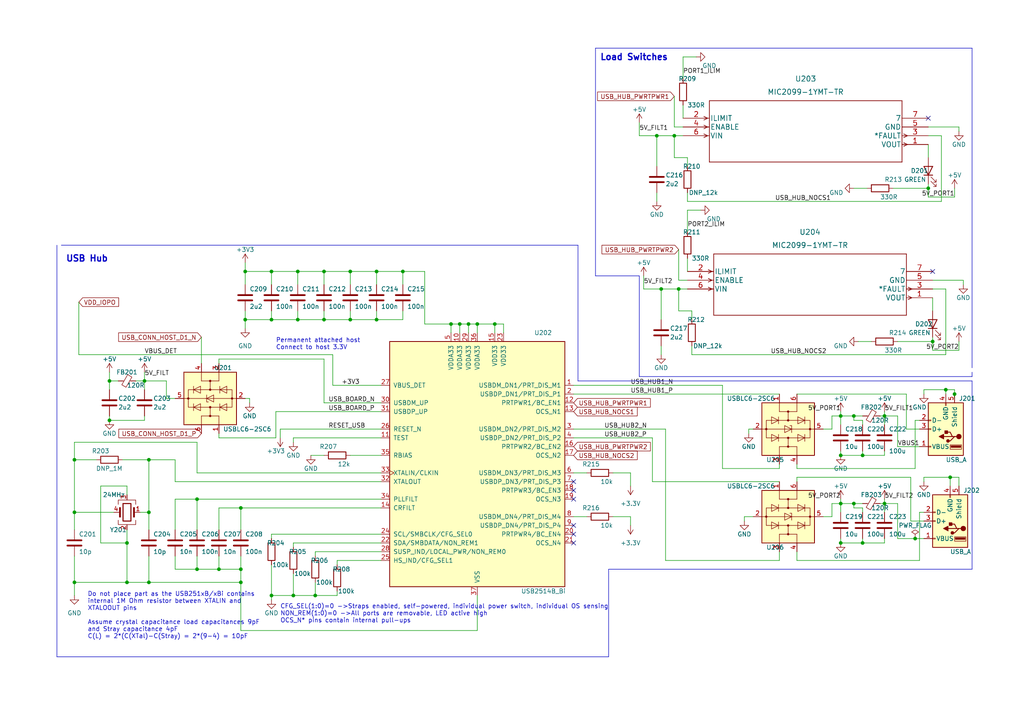
<source format=kicad_sch>
(kicad_sch (version 20230121) (generator eeschema)
  (paper "A4")
  (lib_symbols
    (symbol "2023-03-19_05-17-35:MIC2099-1YMT-TR" (pin_names (offset 0.254))
      (property "Reference" "U" (at 35.56 10.16 0))
      (property "Value" "MIC2099-1YMT-TR" (at 35.56 7.62 0))
      (symbol "MIC2099-1YMT-TR_1_1"
        (pin output line (at 71.12 -7.62 180) (length 7.62) (name "VOUT") (number "1"))
        (pin input line (at 0 0 0) (length 7.62) (name "ILIMIT") (number "2"))
        (pin output line (at 71.12 -5.08 180) (length 7.62) (name "*FAULT") (number "3"))
        (pin input line (at 0 -2.54 0) (length 7.62) (name "ENABLE") (number "4"))
        (pin power_in line (at 71.12 -2.54 180) (length 7.62) (name "GND") (number "5"))
        (pin input line (at 0 -5.08 0) (length 7.62) (name "VIN") (number "6"))
        (pin unspecified line (at 71.12 0 180) (length 7.62) (name "7") (number "7"))
      )
    )
    (symbol "Connector:USB_A" (pin_names (offset 1.016))
      (property "Reference" "J" (at -5.08 11.43 0))
      (property "Value" "USB_A" (at -5.08 8.89 0))
      (symbol "USB_A_1_1"
        (pin power_in line (at 7.62 5.08 180) (length 2.54) (name "VBUS") (number "1"))
        (pin bidirectional line (at 7.62 -2.54 180) (length 2.54) (name "D-") (number "2"))
        (pin bidirectional line (at 7.62 0 180) (length 2.54) (name "D+") (number "3"))
        (pin power_in line (at 0 -10.16 90) (length 2.54) (name "GND") (number "4"))
        (pin passive line (at -2.54 -10.16 90) (length 2.54) (name "Shield") (number "5"))
      )
    )
    (symbol "Device:C" (pin_numbers hide) (pin_names (offset 0.254))
      (property "Reference" "C" (at 0.635 2.54 0))
      (property "Value" "C" (at 0.635 -2.54 0))
      (symbol "C_1_1"
        (pin passive line (at 0 3.81 270) (length 2.794) (name "~") (number "1"))
        (pin passive line (at 0 -3.81 90) (length 2.794) (name "~") (number "2"))
      )
    )
    (symbol "Device:Crystal_GND23" (pin_names (offset 1.016) hide)
      (property "Reference" "Y" (at 3.175 5.08 0))
      (property "Value" "Crystal_GND23" (at 3.175 3.175 0))
      (symbol "Crystal_GND23_1_1"
        (pin passive line (at -3.81 0 0) (length 1.27) (name "1") (number "1"))
        (pin passive line (at 0 5.08 270) (length 1.27) (name "2") (number "2"))
        (pin passive line (at 0 -5.08 90) (length 1.27) (name "3") (number "3"))
        (pin passive line (at 3.81 0 180) (length 1.27) (name "4") (number "4"))
      )
    )
    (symbol "Device:FerriteBead_Small" (pin_numbers hide) (pin_names (offset 0))
      (property "Reference" "FB" (at 1.905 1.27 0))
      (property "Value" "FerriteBead_Small" (at 1.905 -1.27 0))
      (symbol "FerriteBead_Small_1_1"
        (pin passive line (at 0 2.54 270) (length 1.27) (name "~") (number "1"))
        (pin passive line (at 0 -2.54 90) (length 1.27) (name "~") (number "2"))
      )
    )
    (symbol "Device:LED" (pin_numbers hide) (pin_names (offset 1.016) hide)
      (property "Reference" "D" (at 0 2.54 0))
      (property "Value" "LED" (at 0 -2.54 0))
      (symbol "LED_1_1"
        (pin passive line (at -3.81 0 0) (length 2.54) (name "K") (number "1"))
        (pin passive line (at 3.81 0 180) (length 2.54) (name "A") (number "2"))
      )
    )
    (symbol "Device:R" (pin_numbers hide) (pin_names (offset 0))
      (property "Reference" "R" (at 2.032 0 90))
      (property "Value" "R" (at 0 0 90))
      (symbol "R_1_1"
        (pin passive line (at 0 3.81 270) (length 1.27) (name "~") (number "1"))
        (pin passive line (at 0 -3.81 90) (length 1.27) (name "~") (number "2"))
      )
    )
    (symbol "Interface_USB:USB2514B_Bi" (pin_names (offset 1.016))
      (property "Reference" "U" (at -17.78 40.64 0))
      (property "Value" "USB2514B_Bi" (at -20.32 38.1 0))
      (symbol "USB2514B_Bi_1_1"
        (pin bidirectional line (at 27.94 22.86 180) (length 2.54) (name "USBDM_DN1/PRT_DIS_M1") (number "1"))
        (pin power_in line (at -5.08 38.1 270) (length 2.54) (name "VDDA33") (number "10"))
        (pin input line (at -27.94 7.62 0) (length 2.54) (name "TEST") (number "11"))
        (pin bidirectional line (at 27.94 17.78 180) (length 2.54) (name "PRTPWR1/BC_EN1") (number "12"))
        (pin input line (at 27.94 15.24 180) (length 2.54) (name "OCS_N1") (number "13"))
        (pin input line (at -27.94 -12.7 0) (length 2.54) (name "CRFILT") (number "14"))
        (pin power_in line (at 5.08 38.1 270) (length 2.54) (name "VDD33") (number "15"))
        (pin bidirectional line (at 27.94 5.08 180) (length 2.54) (name "PRTPWR2/BC_EN2") (number "16"))
        (pin input line (at 27.94 2.54 180) (length 2.54) (name "OCS_N2") (number "17"))
        (pin bidirectional line (at 27.94 -7.62 180) (length 2.54) (name "PRTPWR3/BC_EN3") (number "18"))
        (pin input line (at 27.94 -10.16 180) (length 2.54) (name "OCS_N3") (number "19"))
        (pin bidirectional line (at 27.94 20.32 180) (length 2.54) (name "USBDP_DN1/PRT_DIS_P1") (number "2"))
        (pin bidirectional line (at 27.94 -20.32 180) (length 2.54) (name "PRTPWR4/BC_EN4") (number "20"))
        (pin input line (at 27.94 -22.86 180) (length 2.54) (name "OCS_N4") (number "21"))
        (pin bidirectional line (at -27.94 -22.86 0) (length 2.54) (name "SDA/SMBDATA/NON_REM1") (number "22"))
        (pin power_in line (at 7.62 38.1 270) (length 2.54) (name "VDD33") (number "23"))
        (pin bidirectional line (at -27.94 -20.32 0) (length 2.54) (name "SCL/SMBCLK/CFG_SEL0") (number "24"))
        (pin bidirectional line (at -27.94 -27.94 0) (length 2.54) (name "HS_IND/CFG_SEL1") (number "25"))
        (pin input line (at -27.94 10.16 0) (length 2.54) (name "RESET_N") (number "26"))
        (pin input line (at -27.94 22.86 0) (length 2.54) (name "VBUS_DET") (number "27"))
        (pin bidirectional line (at -27.94 -25.4 0) (length 2.54) (name "SUSP_IND/LOCAL_PWR/NON_REM0") (number "28"))
        (pin power_in line (at -2.54 38.1 270) (length 2.54) (name "VDDA33") (number "29"))
        (pin bidirectional line (at 27.94 10.16 180) (length 2.54) (name "USBDM_DN2/PRT_DIS_M2") (number "3"))
        (pin bidirectional line (at -27.94 17.78 0) (length 2.54) (name "USBDM_UP") (number "30"))
        (pin bidirectional line (at -27.94 15.24 0) (length 2.54) (name "USBDP_UP") (number "31"))
        (pin output line (at -27.94 -5.08 0) (length 2.54) (name "XTALOUT") (number "32"))
        (pin input clock (at -27.94 -2.54 0) (length 2.54) (name "XTALIN/CLKIN") (number "33"))
        (pin input line (at -27.94 -10.16 0) (length 2.54) (name "PLLFILT") (number "34"))
        (pin input line (at -27.94 2.54 0) (length 2.54) (name "RBIAS") (number "35"))
        (pin power_in line (at 0 38.1 270) (length 2.54) (name "VDDA33") (number "36"))
        (pin power_in line (at 0 -38.1 90) (length 2.54) (name "VSS") (number "37"))
        (pin bidirectional line (at 27.94 7.62 180) (length 2.54) (name "USBDP_DN2/PRT_DIS_P2") (number "4"))
        (pin power_in line (at -7.62 38.1 270) (length 2.54) (name "VDDA33") (number "5"))
        (pin bidirectional line (at 27.94 -2.54 180) (length 2.54) (name "USBDM_DN3/PRT_DIS_M3") (number "6"))
        (pin bidirectional line (at 27.94 -5.08 180) (length 2.54) (name "USBDP_DN3/PRT_DIS_P3") (number "7"))
        (pin bidirectional line (at 27.94 -15.24 180) (length 2.54) (name "USBDM_DN4/PRT_DIS_M4") (number "8"))
        (pin bidirectional line (at 27.94 -17.78 180) (length 2.54) (name "USBDP_DN4/PRT_DIS_P4") (number "9"))
      )
    )
    (symbol "Power_Protection:USBLC6-2SC6" (pin_names hide)
      (property "Reference" "U" (at 2.54 8.89 0))
      (property "Value" "USBLC6-2SC6" (at 2.54 -8.89 0))
      (symbol "USBLC6-2SC6_1_1"
        (pin passive line (at -10.16 -2.54 0) (length 2.54) (name "I/O1") (number "1"))
        (pin passive line (at 0 -10.16 90) (length 2.54) (name "GND") (number "2"))
        (pin passive line (at 10.16 -2.54 180) (length 2.54) (name "I/O2") (number "3"))
        (pin passive line (at 10.16 2.54 180) (length 2.54) (name "I/O2") (number "4"))
        (pin passive line (at 0 10.16 270) (length 2.54) (name "VBUS") (number "5"))
        (pin passive line (at -10.16 2.54 0) (length 2.54) (name "I/O1") (number "6"))
      )
    )
    (symbol "power:+3.3V" (power) (pin_names (offset 0))
      (property "Value" "+3.3V" (at 0 3.556 0))
      (symbol "+3.3V_1_1"
        (pin power_in line (at 0 0 90) (length 0) hide (name "+3.3V") (number "1"))
      )
    )
    (symbol "power:+3V3" (power) (pin_names (offset 0))
      (property "Value" "+3V3" (at 0 3.556 0))
      (symbol "+3V3_1_1"
        (pin power_in line (at 0 0 90) (length 0) hide (name "+3V3") (number "1"))
      )
    )
    (symbol "power:+5V" (power) (pin_names (offset 0))
      (property "Value" "+5V" (at 0 3.556 0))
      (symbol "+5V_1_1"
        (pin power_in line (at 0 0 90) (length 0) hide (name "+5V") (number "1"))
      )
    )
    (symbol "power:GND" (power) (pin_names (offset 0))
      (property "Value" "GND" (at 0 -3.81 0))
      (symbol "GND_1_1"
        (pin power_in line (at 0 0 270) (length 0) hide (name "GND") (number "1"))
      )
    )
    (symbol "power:PWR_FLAG" (power) (pin_numbers hide) (pin_names (offset 0) hide)
      (property "Value" "PWR_FLAG" (at 0 3.81 0))
      (symbol "PWR_FLAG_0_0"
        (pin power_out line (at 0 0 90) (length 0) (name "pwr") (number "1"))
      )
    )
  )
  (junction (at 243.84 146.05))
  (junction (at 243.84 157.48))
  (junction (at 275.59 138.43))
  (junction (at 256.54 120.65))
  (junction (at 43.18 133.35))
  (junction (at 43.18 148.59))
  (junction (at 138.43 93.98))
  (junction (at 21.59 168.91))
  (junction (at 270.51 99.06))
  (junction (at 41.91 110.49))
  (junction (at 243.84 132.08))
  (junction (at 269.24 54.61))
  (junction (at 71.12 92.71))
  (junction (at 276.86 114.3))
  (junction (at 78.74 172.72))
  (junction (at 101.6 92.71))
  (junction (at 91.44 172.72))
  (junction (at 274.32 113.03))
  (junction (at 109.22 78.74))
  (junction (at 135.89 93.98))
  (junction (at 21.59 148.59))
  (junction (at 63.5 165.1))
  (junction (at 36.83 168.91))
  (junction (at 57.15 165.1))
  (junction (at 133.35 93.98))
  (junction (at 195.58 39.37))
  (junction (at 191.77 83.82))
  (junction (at 86.36 78.74))
  (junction (at 116.84 78.74))
  (junction (at 93.98 78.74))
  (junction (at 190.5 39.37))
  (junction (at 256.54 146.05))
  (junction (at 247.65 120.65))
  (junction (at 31.75 121.92))
  (junction (at 130.81 93.98))
  (junction (at 57.15 144.78))
  (junction (at 78.74 92.71))
  (junction (at 143.51 93.98))
  (junction (at 69.85 168.91))
  (junction (at 250.19 157.48))
  (junction (at 243.84 120.65))
  (junction (at 265.43 156.21))
  (junction (at 78.74 78.74))
  (junction (at 36.83 157.48))
  (junction (at 69.85 165.1))
  (junction (at 93.98 92.71))
  (junction (at 31.75 110.49))
  (junction (at 101.6 78.74))
  (junction (at 247.65 146.05))
  (junction (at 109.22 92.71))
  (junction (at 250.19 132.08))
  (junction (at 69.85 147.32))
  (junction (at 85.09 172.72))
  (junction (at 71.12 78.74))
  (junction (at 43.18 168.91))
  (junction (at 86.36 92.71))
  (junction (at 196.85 83.82))
  (junction (at 21.59 133.35))
  (no_connect (at 166.37 139.7))
  (no_connect (at 270.51 78.74))
  (no_connect (at 166.37 152.4))
  (no_connect (at 166.37 157.48))
  (no_connect (at 269.24 34.29))
  (no_connect (at 166.37 154.94))
  (no_connect (at 166.37 142.24))
  (no_connect (at 166.37 144.78))
  (wire (pts (xy 43.18 148.59) (xy 43.18 153.67)))
  (wire (pts (xy 81.28 124.46) (xy 81.28 127)))
  (wire (pts (xy 72.39 115.57) (xy 72.39 116.84)))
  (wire (pts (xy 250.19 130.81) (xy 250.19 132.08)))
  (wire (pts (xy 177.8 149.86) (xy 182.88 149.86)))
  (wire (pts (xy 270.51 99.06) (xy 260.35 99.06)))
  (wire (pts (xy 200.66 90.17) (xy 196.85 90.17)))
  (wire (pts (xy 85.09 166.37) (xy 85.09 172.72)))
  (wire (pts (xy 238.76 124.46) (xy 241.3 124.46)))
  (wire (pts (xy 189.23 139.7) (xy 226.06 139.7)))
  (wire (pts (xy 256.54 146.05) (xy 260.35 146.05)))
  (wire (pts (xy 273.05 39.37) (xy 269.24 39.37)))
  (wire (pts (xy 138.43 182.88) (xy 69.85 182.88)))
  (wire (pts (xy 50.8 133.35) (xy 50.8 139.7)))
  (polyline (pts (xy 176.53 165.1) (xy 281.94 165.1)))
  (wire (pts (xy 57.15 128.27) (xy 21.59 128.27)))
  (polyline (pts (xy 281.94 13.97) (xy 172.72 13.97)))
  (wire (pts (xy 22.86 87.63) (xy 22.86 102.87)))
  (wire (pts (xy 231.14 139.7) (xy 231.14 138.43)))
  (wire (pts (xy 109.22 78.74) (xy 109.22 82.55)))
  (wire (pts (xy 269.24 57.15) (xy 269.24 54.61)))
  (wire (pts (xy 185.42 35.56) (xy 185.42 39.37)))
  (wire (pts (xy 93.98 104.14) (xy 63.5 104.14)))
  (wire (pts (xy 57.15 144.78) (xy 57.15 153.67)))
  (wire (pts (xy 270.51 86.36) (xy 270.51 90.17)))
  (wire (pts (xy 133.35 93.98) (xy 133.35 96.52)))
  (wire (pts (xy 250.19 147.32) (xy 247.65 147.32)))
  (wire (pts (xy 85.09 172.72) (xy 78.74 172.72)))
  (wire (pts (xy 250.19 123.19) (xy 250.19 121.92)))
  (wire (pts (xy 275.59 138.43) (xy 275.59 140.97)))
  (wire (pts (xy 166.37 111.76) (xy 209.55 111.76)))
  (wire (pts (xy 191.77 83.82) (xy 191.77 92.71)))
  (wire (pts (xy 199.39 60.96) (xy 199.39 67.31)))
  (wire (pts (xy 86.36 90.17) (xy 86.36 92.71)))
  (wire (pts (xy 166.37 127) (xy 189.23 127)))
  (wire (pts (xy 265.43 121.92) (xy 265.43 135.89)))
  (wire (pts (xy 130.81 93.98) (xy 130.81 96.52)))
  (wire (pts (xy 256.54 157.48) (xy 250.19 157.48)))
  (wire (pts (xy 199.39 60.96) (xy 203.2 60.96)))
  (wire (pts (xy 243.84 144.78) (xy 243.84 146.05)))
  (wire (pts (xy 267.97 156.21) (xy 265.43 156.21)))
  (wire (pts (xy 243.84 120.65) (xy 243.84 123.19)))
  (wire (pts (xy 276.86 113.03) (xy 276.86 114.3)))
  (wire (pts (xy 138.43 93.98) (xy 138.43 96.52)))
  (wire (pts (xy 166.37 114.3) (xy 226.06 114.3)))
  (wire (pts (xy 275.59 138.43) (xy 278.13 138.43)))
  (wire (pts (xy 250.19 121.92) (xy 247.65 121.92)))
  (wire (pts (xy 29.21 140.97) (xy 29.21 157.48)))
  (wire (pts (xy 97.79 172.72) (xy 91.44 172.72)))
  (wire (pts (xy 177.8 137.16) (xy 182.88 137.16)))
  (wire (pts (xy 217.17 124.46) (xy 217.17 125.73)))
  (wire (pts (xy 85.09 157.48) (xy 85.09 158.75)))
  (wire (pts (xy 21.59 133.35) (xy 21.59 148.59)))
  (wire (pts (xy 265.43 156.21) (xy 260.35 156.21)))
  (wire (pts (xy 41.91 113.03) (xy 41.91 110.49)))
  (wire (pts (xy 182.88 137.16) (xy 182.88 140.97)))
  (wire (pts (xy 21.59 148.59) (xy 33.02 148.59)))
  (wire (pts (xy 96.52 102.87) (xy 96.52 111.76)))
  (wire (pts (xy 243.84 130.81) (xy 243.84 132.08)))
  (wire (pts (xy 63.5 147.32) (xy 63.5 153.67)))
  (wire (pts (xy 78.74 90.17) (xy 78.74 92.71)))
  (wire (pts (xy 247.65 146.05) (xy 243.84 146.05)))
  (wire (pts (xy 256.54 123.19) (xy 256.54 120.65)))
  (wire (pts (xy 86.36 92.71) (xy 93.98 92.71)))
  (wire (pts (xy 215.9 149.86) (xy 218.44 149.86)))
  (wire (pts (xy 35.56 133.35) (xy 43.18 133.35)))
  (polyline (pts (xy 16.51 190.5) (xy 176.53 190.5)))
  (polyline (pts (xy 172.72 80.01) (xy 185.42 80.01)))
  (wire (pts (xy 195.58 45.72) (xy 195.58 39.37)))
  (wire (pts (xy 93.98 78.74) (xy 101.6 78.74)))
  (wire (pts (xy 69.85 147.32) (xy 63.5 147.32)))
  (wire (pts (xy 43.18 133.35) (xy 50.8 133.35)))
  (wire (pts (xy 71.12 82.55) (xy 71.12 78.74)))
  (wire (pts (xy 29.21 157.48) (xy 36.83 157.48)))
  (wire (pts (xy 266.7 148.59) (xy 266.7 162.56)))
  (wire (pts (xy 57.15 165.1) (xy 63.5 165.1)))
  (wire (pts (xy 69.85 147.32) (xy 69.85 153.67)))
  (wire (pts (xy 41.91 121.92) (xy 31.75 121.92)))
  (wire (pts (xy 256.54 144.78) (xy 256.54 146.05)))
  (wire (pts (xy 247.65 54.61) (xy 251.46 54.61)))
  (wire (pts (xy 256.54 156.21) (xy 256.54 157.48)))
  (wire (pts (xy 63.5 127) (xy 63.5 125.73)))
  (wire (pts (xy 97.79 162.56) (xy 97.79 163.83)))
  (wire (pts (xy 256.54 119.38) (xy 256.54 120.65)))
  (wire (pts (xy 269.24 36.83) (xy 278.13 36.83)))
  (wire (pts (xy 110.49 157.48) (xy 85.09 157.48)))
  (wire (pts (xy 200.66 102.87) (xy 274.32 102.87)))
  (wire (pts (xy 101.6 92.71) (xy 109.22 92.71)))
  (wire (pts (xy 250.19 156.21) (xy 250.19 157.48)))
  (wire (pts (xy 196.85 90.17) (xy 196.85 83.82)))
  (wire (pts (xy 31.75 110.49) (xy 31.75 113.03)))
  (wire (pts (xy 143.51 96.52) (xy 143.51 93.98)))
  (wire (pts (xy 278.13 99.06) (xy 278.13 101.6)))
  (wire (pts (xy 110.49 119.38) (xy 80.01 119.38)))
  (wire (pts (xy 191.77 100.33) (xy 191.77 102.87)))
  (wire (pts (xy 85.09 127) (xy 85.09 128.27)))
  (polyline (pts (xy 176.53 190.5) (xy 176.53 165.1)))
  (wire (pts (xy 50.8 139.7) (xy 110.49 139.7)))
  (wire (pts (xy 57.15 137.16) (xy 57.15 128.27)))
  (wire (pts (xy 182.88 149.86) (xy 182.88 152.4)))
  (wire (pts (xy 250.19 146.05) (xy 247.65 146.05)))
  (wire (pts (xy 69.85 168.91) (xy 69.85 182.88)))
  (wire (pts (xy 71.12 92.71) (xy 78.74 92.71)))
  (wire (pts (xy 243.84 146.05) (xy 241.3 146.05)))
  (wire (pts (xy 250.19 132.08) (xy 256.54 132.08)))
  (wire (pts (xy 78.74 92.71) (xy 86.36 92.71)))
  (wire (pts (xy 166.37 124.46) (xy 193.04 124.46)))
  (wire (pts (xy 110.49 162.56) (xy 97.79 162.56)))
  (wire (pts (xy 57.15 144.78) (xy 50.8 144.78)))
  (wire (pts (xy 90.17 132.08) (xy 93.98 132.08)))
  (wire (pts (xy 186.69 83.82) (xy 191.77 83.82)))
  (wire (pts (xy 78.74 78.74) (xy 78.74 82.55)))
  (wire (pts (xy 215.9 149.86) (xy 215.9 151.13)))
  (wire (pts (xy 248.92 99.06) (xy 252.73 99.06)))
  (wire (pts (xy 256.54 120.65) (xy 260.35 120.65)))
  (wire (pts (xy 256.54 130.81) (xy 256.54 132.08)))
  (wire (pts (xy 110.49 160.02) (xy 91.44 160.02)))
  (wire (pts (xy 264.16 151.13) (xy 267.97 151.13)))
  (wire (pts (xy 48.26 115.57) (xy 50.8 115.57)))
  (wire (pts (xy 81.28 124.46) (xy 110.49 124.46)))
  (wire (pts (xy 195.58 39.37) (xy 190.5 39.37)))
  (wire (pts (xy 199.39 58.42) (xy 273.05 58.42)))
  (wire (pts (xy 199.39 45.72) (xy 195.58 45.72)))
  (wire (pts (xy 96.52 111.76) (xy 110.49 111.76)))
  (wire (pts (xy 185.42 39.37) (xy 190.5 39.37)))
  (wire (pts (xy 274.32 83.82) (xy 270.51 83.82)))
  (wire (pts (xy 109.22 78.74) (xy 116.84 78.74)))
  (wire (pts (xy 138.43 172.72) (xy 138.43 182.88)))
  (wire (pts (xy 209.55 111.76) (xy 209.55 135.89)))
  (wire (pts (xy 101.6 78.74) (xy 101.6 82.55)))
  (wire (pts (xy 31.75 120.65) (xy 31.75 121.92)))
  (wire (pts (xy 189.23 139.7) (xy 189.23 127)))
  (wire (pts (xy 36.83 153.67) (xy 36.83 157.48)))
  (wire (pts (xy 50.8 144.78) (xy 50.8 153.67)))
  (wire (pts (xy 78.74 172.72) (xy 78.74 173.99)))
  (wire (pts (xy 198.12 30.48) (xy 198.12 34.29)))
  (wire (pts (xy 40.64 148.59) (xy 43.18 148.59)))
  (wire (pts (xy 247.65 120.65) (xy 243.84 120.65)))
  (wire (pts (xy 231.14 114.3) (xy 262.89 114.3)))
  (wire (pts (xy 199.39 83.82) (xy 196.85 83.82)))
  (wire (pts (xy 135.89 93.98) (xy 135.89 96.52)))
  (wire (pts (xy 241.3 120.65) (xy 243.84 120.65)))
  (wire (pts (xy 264.16 138.43) (xy 264.16 151.13)))
  (wire (pts (xy 226.06 162.56) (xy 226.06 160.02)))
  (wire (pts (xy 57.15 161.29) (xy 57.15 165.1)))
  (wire (pts (xy 130.81 93.98) (xy 133.35 93.98)))
  (wire (pts (xy 217.17 124.46) (xy 218.44 124.46)))
  (wire (pts (xy 247.65 121.92) (xy 247.65 120.65)))
  (polyline (pts (xy 172.72 13.97) (xy 172.72 80.01)))
  (wire (pts (xy 48.26 110.49) (xy 48.26 115.57)))
  (wire (pts (xy 110.49 137.16) (xy 57.15 137.16)))
  (wire (pts (xy 135.89 93.98) (xy 138.43 93.98)))
  (wire (pts (xy 199.39 48.26) (xy 199.39 45.72)))
  (wire (pts (xy 266.7 121.92) (xy 265.43 121.92)))
  (wire (pts (xy 93.98 78.74) (xy 93.98 82.55)))
  (wire (pts (xy 200.66 100.33) (xy 200.66 102.87)))
  (wire (pts (xy 241.3 146.05) (xy 241.3 149.86)))
  (wire (pts (xy 109.22 92.71) (xy 116.84 92.71)))
  (wire (pts (xy 260.35 129.54) (xy 260.35 120.65)))
  (wire (pts (xy 267.97 113.03) (xy 267.97 114.3)))
  (wire (pts (xy 101.6 78.74) (xy 109.22 78.74)))
  (wire (pts (xy 269.24 41.91) (xy 269.24 45.72)))
  (wire (pts (xy 260.35 129.54) (xy 266.7 129.54)))
  (wire (pts (xy 110.49 147.32) (xy 69.85 147.32)))
  (wire (pts (xy 93.98 116.84) (xy 93.98 104.14)))
  (wire (pts (xy 116.84 78.74) (xy 123.19 78.74)))
  (wire (pts (xy 231.14 135.89) (xy 231.14 134.62)))
  (wire (pts (xy 243.84 119.38) (xy 243.84 120.65)))
  (wire (pts (xy 270.51 101.6) (xy 270.51 99.06)))
  (wire (pts (xy 91.44 160.02) (xy 91.44 161.29)))
  (wire (pts (xy 250.19 148.59) (xy 250.19 147.32)))
  (wire (pts (xy 262.89 114.3) (xy 262.89 124.46)))
  (wire (pts (xy 50.8 161.29) (xy 50.8 165.1)))
  (wire (pts (xy 109.22 90.17) (xy 109.22 92.71)))
  (wire (pts (xy 243.84 132.08) (xy 250.19 132.08)))
  (wire (pts (xy 123.19 78.74) (xy 123.19 93.98)))
  (wire (pts (xy 266.7 162.56) (xy 231.14 162.56)))
  (wire (pts (xy 143.51 93.98) (xy 138.43 93.98)))
  (wire (pts (xy 71.12 90.17) (xy 71.12 92.71)))
  (wire (pts (xy 71.12 78.74) (xy 78.74 78.74)))
  (wire (pts (xy 58.42 97.79) (xy 58.42 105.41)))
  (wire (pts (xy 86.36 78.74) (xy 86.36 82.55)))
  (wire (pts (xy 196.85 83.82) (xy 191.77 83.82)))
  (wire (pts (xy 276.86 54.61) (xy 276.86 57.15)))
  (wire (pts (xy 241.3 124.46) (xy 241.3 120.65)))
  (wire (pts (xy 190.5 55.88) (xy 190.5 58.42)))
  (wire (pts (xy 21.59 168.91) (xy 36.83 168.91)))
  (wire (pts (xy 110.49 144.78) (xy 57.15 144.78)))
  (wire (pts (xy 41.91 110.49) (xy 39.37 110.49)))
  (wire (pts (xy 274.32 113.03) (xy 274.32 114.3)))
  (wire (pts (xy 278.13 101.6) (xy 270.51 101.6)))
  (wire (pts (xy 71.12 76.2) (xy 71.12 78.74)))
  (wire (pts (xy 276.86 57.15) (xy 269.24 57.15)))
  (wire (pts (xy 231.14 138.43) (xy 264.16 138.43)))
  (wire (pts (xy 278.13 36.83) (xy 278.13 38.1)))
  (wire (pts (xy 78.74 163.83) (xy 78.74 172.72)))
  (wire (pts (xy 85.09 127) (xy 110.49 127)))
  (polyline (pts (xy 185.42 80.01) (xy 185.42 109.22)))
  (wire (pts (xy 193.04 162.56) (xy 226.06 162.56)))
  (wire (pts (xy 116.84 78.74) (xy 116.84 82.55)))
  (wire (pts (xy 110.49 116.84) (xy 93.98 116.84)))
  (wire (pts (xy 21.59 148.59) (xy 21.59 153.67)))
  (polyline (pts (xy 167.64 110.49) (xy 167.64 71.12)))
  (wire (pts (xy 274.32 83.82) (xy 274.32 102.87)))
  (wire (pts (xy 110.49 154.94) (xy 78.74 154.94)))
  (wire (pts (xy 270.51 97.79) (xy 270.51 99.06)))
  (wire (pts (xy 279.4 81.28) (xy 279.4 82.55)))
  (wire (pts (xy 43.18 133.35) (xy 43.18 148.59)))
  (wire (pts (xy 269.24 54.61) (xy 259.08 54.61)))
  (wire (pts (xy 195.58 36.83) (xy 198.12 36.83)))
  (wire (pts (xy 41.91 120.65) (xy 41.91 121.92)))
  (wire (pts (xy 196.85 72.39) (xy 196.85 81.28)))
  (wire (pts (xy 97.79 171.45) (xy 97.79 172.72)))
  (polyline (pts (xy 16.51 71.12) (xy 16.51 190.5)))
  (wire (pts (xy 21.59 168.91) (xy 21.59 172.72)))
  (polyline (pts (xy 281.94 110.49) (xy 167.64 110.49)))
  (wire (pts (xy 36.83 168.91) (xy 43.18 168.91)))
  (wire (pts (xy 262.89 124.46) (xy 266.7 124.46)))
  (wire (pts (xy 69.85 165.1) (xy 69.85 161.29)))
  (wire (pts (xy 69.85 168.91) (xy 69.85 165.1)))
  (wire (pts (xy 250.19 120.65) (xy 247.65 120.65)))
  (wire (pts (xy 260.35 156.21) (xy 260.35 146.05)))
  (wire (pts (xy 86.36 78.74) (xy 93.98 78.74)))
  (wire (pts (xy 36.83 140.97) (xy 29.21 140.97)))
  (wire (pts (xy 267.97 138.43) (xy 267.97 139.7)))
  (wire (pts (xy 256.54 148.59) (xy 256.54 146.05)))
  (wire (pts (xy 50.8 165.1) (xy 57.15 165.1)))
  (wire (pts (xy 198.12 39.37) (xy 195.58 39.37)))
  (wire (pts (xy 43.18 168.91) (xy 69.85 168.91)))
  (wire (pts (xy 63.5 104.14) (xy 63.5 105.41)))
  (wire (pts (xy 101.6 132.08) (xy 110.49 132.08)))
  (wire (pts (xy 21.59 161.29) (xy 21.59 168.91)))
  (wire (pts (xy 231.14 160.02) (xy 231.14 162.56)))
  (wire (pts (xy 193.04 124.46) (xy 193.04 162.56)))
  (wire (pts (xy 78.74 154.94) (xy 78.74 156.21)))
  (wire (pts (xy 91.44 172.72) (xy 85.09 172.72)))
  (wire (pts (xy 101.6 90.17) (xy 101.6 92.71)))
  (wire (pts (xy 274.32 113.03) (xy 267.97 113.03)))
  (wire (pts (xy 78.74 78.74) (xy 86.36 78.74)))
  (wire (pts (xy 71.12 92.71) (xy 71.12 95.25)))
  (wire (pts (xy 200.66 92.71) (xy 200.66 90.17)))
  (wire (pts (xy 43.18 161.29) (xy 43.18 168.91)))
  (wire (pts (xy 198.12 16.51) (xy 198.12 22.86)))
  (wire (pts (xy 71.12 115.57) (xy 72.39 115.57)))
  (wire (pts (xy 63.5 165.1) (xy 69.85 165.1)))
  (wire (pts (xy 256.54 120.65) (xy 255.27 120.65)))
  (polyline (pts (xy 17.78 71.12) (xy 167.64 71.12)))
  (wire (pts (xy 93.98 90.17) (xy 93.98 92.71)))
  (wire (pts (xy 96.52 102.87) (xy 22.86 102.87)))
  (wire (pts (xy 31.75 107.95) (xy 31.75 110.49)))
  (wire (pts (xy 278.13 138.43) (xy 278.13 140.97)))
  (wire (pts (xy 36.83 157.48) (xy 36.83 168.91)))
  (wire (pts (xy 267.97 148.59) (xy 266.7 148.59)))
  (wire (pts (xy 80.01 119.38) (xy 80.01 127)))
  (wire (pts (xy 256.54 146.05) (xy 255.27 146.05)))
  (wire (pts (xy 80.01 127) (xy 63.5 127)))
  (wire (pts (xy 265.43 135.89) (xy 231.14 135.89)))
  (wire (pts (xy 190.5 39.37) (xy 190.5 48.26)))
  (wire (pts (xy 250.19 157.48) (xy 243.84 157.48)))
  (wire (pts (xy 166.37 137.16) (xy 170.18 137.16)))
  (wire (pts (xy 226.06 135.89) (xy 226.06 134.62)))
  (wire (pts (xy 186.69 80.01) (xy 186.69 83.82)))
  (wire (pts (xy 41.91 110.49) (xy 41.91 107.95)))
  (wire (pts (xy 247.65 147.32) (xy 247.65 146.05)))
  (wire (pts (xy 243.84 146.05) (xy 243.84 148.59)))
  (polyline (pts (xy 281.94 106.68) (xy 281.94 13.97)))
  (wire (pts (xy 21.59 128.27) (xy 21.59 133.35)))
  (wire (pts (xy 199.39 55.88) (xy 199.39 58.42)))
  (wire (pts (xy 166.37 149.86) (xy 170.18 149.86)))
  (wire (pts (xy 63.5 161.29) (xy 63.5 165.1)))
  (polyline (pts (xy 281.94 107.95) (xy 281.94 109.22)))
  (wire (pts (xy 269.24 53.34) (xy 269.24 54.61)))
  (wire (pts (xy 93.98 92.71) (xy 101.6 92.71)))
  (wire (pts (xy 199.39 74.93) (xy 199.39 78.74)))
  (wire (pts (xy 34.29 110.49) (xy 31.75 110.49)))
  (wire (pts (xy 276.86 115.57) (xy 276.86 114.3)))
  (wire (pts (xy 196.85 81.28) (xy 199.39 81.28)))
  (wire (pts (xy 241.3 149.86) (xy 238.76 149.86)))
  (wire (pts (xy 195.58 27.94) (xy 195.58 36.83)))
  (wire (pts (xy 267.97 138.43) (xy 275.59 138.43)))
  (wire (pts (xy 198.12 16.51) (xy 201.93 16.51)))
  (wire (pts (xy 116.84 92.71) (xy 116.84 90.17)))
  (polyline (pts (xy 281.94 165.1) (xy 281.94 110.49)))
  (wire (pts (xy 91.44 168.91) (xy 91.44 172.72)))
  (wire (pts (xy 209.55 135.89) (xy 226.06 135.89)))
  (wire (pts (xy 41.91 110.49) (xy 48.26 110.49)))
  (wire (pts (xy 273.05 39.37) (xy 273.05 58.42)))
  (wire (pts (xy 274.32 113.03) (xy 276.86 113.03)))
  (wire (pts (xy 243.84 156.21) (xy 243.84 157.48)))
  (polyline (pts (xy 185.42 109.22) (xy 281.94 109.22)))
  (wire (pts (xy 133.35 93.98) (xy 135.89 93.98)))
  (wire (pts (xy 123.19 93.98) (xy 130.81 93.98)))
  (wire (pts (xy 36.83 143.51) (xy 36.83 140.97)))
  (wire (pts (xy 270.51 81.28) (xy 279.4 81.28)))
  (wire (pts (xy 143.51 93.98) (xy 146.05 93.98)))
  (wire (pts (xy 27.94 133.35) (xy 21.59 133.35)))
  (wire (pts (xy 146.05 96.52) (xy 146.05 93.98)))
  (text "Do not place part as the USB251xB/xBi contains \ninternal 1M Ohm resistor between XTALIN and \nXTALOOUT pins\n\nAssume crystal capacitance load capacitances 9pF \nand Stray capacitance 4pF\nC(L) = 2*(C(XTal)-C(Stray) = 2*(9-4) = 10pF" (at 25.4 185.42 0) (effects (font (size 1.27 1.27)) (justify left bottom)))
  (text "USB Hub\n" (at 19.05 76.2 0) (effects (font (size 1.8 1.8) (thickness 0.36) bold) (justify left bottom)))
  (text "Load Switches" (at 173.99 17.78 0) (effects (font (size 1.8 1.8) (thickness 0.36) bold) (justify left bottom)))
  (text "CFG_SEL(1:0)=0 ->Straps enabled, self-powered, individual power switch, individual OS sensing\nNON_REM(1:0)=0 ->All ports are removable, LED active high\nOCS_N* pins contain internal pull-ups\n\n" (at 81.28 182.88 0) (effects (font (size 1.27 1.27)) (justify left bottom)))
  (text "Permanent attached host\nConnect to host 3.3V" (at 80.01 101.6 0) (effects (font (size 1.27 1.27)) (justify left bottom)))
  (label "5V_FILT" (at 41.91 109.22 0))
  (label "5V_FILT2" (at 256.54 144.78 0))
  (label "5V_FILT1" (at 256.54 119.38 0))
  (label "5V_PORT1" (at 243.84 119.38 180))
  (label "VBUS_DET" (at 41.91 102.87 0))
  (label "USB_HUB_NOCS1" (at 224.79 58.42 0))
  (label "USB_HUB1_N" (at 182.88 111.76 0))
  (label "PORT1_ILIM" (at 198.12 21.59 0))
  (label "5V_PORT1" (at 276.86 57.15 180))
  (label "+3V3" (at 99.06 111.76 0))
  (label "USB_BOARD_N" (at 95.25 116.84 0))
  (label "5V_PORT2" (at 243.84 144.78 180))
  (label "USB_HUB1_P" (at 182.88 114.3 0))
  (label "RESET_USB" (at 95.25 124.46 0))
  (label "USB_HUB_NOCS2" (at 223.52 102.87 0))
  (label "USB_HUB2_N" (at 175.26 124.46 0))
  (label "USB_BOARD_P" (at 95.25 119.38 0))
  (label "5V_PORT2" (at 278.13 101.6 180))
  (label "PORT2_ILIM" (at 199.39 66.04 0))
  (label "VBUS1" (at 260.35 129.54 0))
  (label "5V_FILT2" (at 186.69 82.55 0))
  (label "5V_FILT1" (at 185.42 38.1 0))
  (label "USB_HUB2_P" (at 175.26 127 0))
  (global_label "USB_HUB_NOCS1" (shape input) (at 166.37 119.38 0) (property "Intersheetrefs" "${INTERSHEET_REFS}" (effects hide)))
  (global_label "USB_HUB_PWRTPWR2" (shape input) (at 166.37 129.54 0) (property "Intersheetrefs" "${INTERSHEET_REFS}" (effects hide)))
  (global_label "VDD_IOPO" (shape input) (at 22.86 87.63 0) (property "Intersheetrefs" "${INTERSHEET_REFS}" (effects hide)))
  (global_label "USB_HUB_PWRTPWR2" (shape input) (at 196.85 72.39 180) (property "Intersheetrefs" "${INTERSHEET_REFS}" (effects hide)))
  (global_label "USB_CONN_HOST_D1_P" (shape input) (at 58.42 125.73 180) (property "Intersheetrefs" "${INTERSHEET_REFS}" (effects hide)))
  (global_label "USB_HUB_PWRTPWR1" (shape input) (at 195.58 27.94 180) (property "Intersheetrefs" "${INTERSHEET_REFS}" (effects hide)))
  (global_label "USB_CONN_HOST_D1_N" (shape input) (at 58.42 97.79 180) (property "Intersheetrefs" "${INTERSHEET_REFS}" (effects hide)))
  (global_label "USB_HUB_PWRTPWR1" (shape input) (at 166.37 116.84 0) (property "Intersheetrefs" "${INTERSHEET_REFS}" (effects hide)))
  (global_label "USB_HUB_NOCS2" (shape input) (at 166.37 132.08 0) (property "Intersheetrefs" "${INTERSHEET_REFS}" (effects hide)))
  (symbol (lib_id "power:+5V") (at 278.13 99.06 0) (unit 1)
    (property "Reference" "#PWR0155" (effects hide))
    (property "Value" "+5V" (at 278.13 95.25 0))
  )
  (symbol (lib_id "Device:C") (at 78.74 86.36 0) (unit 1)
    (property "Reference" "C210" (at 80.01 83.82 0) (effects (justify left)))
    (property "Value" "100n" (at 80.01 88.9 0) (effects (justify left)))
    (property "Footprint" "Capacitor_SMD:C_0402_1005Metric" (effects hide))
  )
  (symbol (lib_id "power:+5V") (at 186.69 80.01 0) (unit 1)
    (property "Reference" "#PWR0158" (effects hide))
    (property "Value" "+5V" (at 186.69 76.2 0))
  )
  (symbol (lib_id "Device:C") (at 71.12 86.36 0) (unit 1)
    (property "Reference" "C209" (at 72.39 83.82 0) (effects (justify left)))
    (property "Value" "2u2" (at 72.39 88.9 0) (effects (justify left)))
    (property "Footprint" "Capacitor_SMD:C_0603_1608Metric" (effects hide))
  )
  (symbol (lib_id "Device:C") (at 250.19 152.4 0) (unit 1)
    (property "Reference" "C221" (at 251.46 149.86 0) (effects (justify left)))
    (property "Value" "100u" (at 251.46 154.94 0) (effects (justify left)))
    (property "Footprint" "Capacitor_SMD:C_0402_1005Metric" (effects hide))
  )
  (symbol (lib_id "Connector:USB_A") (at 275.59 151.13 180) (unit 1)
    (property "Reference" "J202" (at 279.4 142.24 0) (effects (justify right)))
    (property "Value" "USB_A" (at 275.59 160.02 0) (effects (justify right)))
    (property "Footprint" "Connector_USB:USB_A_Molex_67643_Horizontal" (effects hide))
    (property "Datasheet" " ~" (effects hide))
  )
  (symbol (lib_id "Device:R") (at 173.99 149.86 90) (unit 1)
    (property "Reference" "R216" (at 173.99 147.32 90) (effects (justify left)))
    (property "Value" "10k" (at 177.8 152.4 90) (effects (justify left)))
    (property "Footprint" "Resistor_SMD:R_0603_1608Metric" (effects hide))
  )
  (symbol (lib_id "Device:R") (at 85.09 162.56 180) (unit 1)
    (property "Reference" "R205" (at 88.9 160.02 0) (effects (justify left)))
    (property "Value" "100k" (at 90.17 166.37 0) (effects (justify left)))
    (property "Footprint" "Resistor_SMD:R_0603_1608Metric" (effects hide))
  )
  (symbol (lib_id "power:GND") (at 191.77 102.87 0) (unit 1)
    (property "Reference" "#PWR0170" (effects hide))
    (property "Value" "GND" (at 191.77 106.68 0))
  )
  (symbol (lib_id "Device:R") (at 199.39 71.12 180) (unit 1)
    (property "Reference" "R211" (at 203.2 67.31 0) (effects (justify left)))
    (property "Value" "330R" (at 205.74 74.93 0) (effects (justify left)))
    (property "Footprint" "Resistor_SMD:R_0402_1005Metric" (effects hide))
  )
  (symbol (lib_id "power:GND") (at 267.97 139.7 0) (unit 1)
    (property "Reference" "#PWR0167" (effects hide))
    (property "Value" "GND" (at 267.97 143.51 0))
  )
  (symbol (lib_id "Power_Protection:USBLC6-2SC6") (at 60.96 115.57 90) (unit 1)
    (property "Reference" "U201" (at 67.31 106.68 90) (effects (justify left)))
    (property "Value" "USBLC6-2SC6" (at 78.74 124.46 90) (effects (justify left)))
    (property "Footprint" "Package_TO_SOT_SMD:SOT-23-6" (effects hide))
    (property "Datasheet" "https://www.st.com/resource/en/datasheet/usblc6-2.pdf" (effects hide))
  )
  (symbol (lib_id "Device:C") (at 31.75 116.84 0) (unit 1)
    (property "Reference" "C202" (at 34.29 115.57 0) (effects (justify left)))
    (property "Value" "2u2" (at 34.29 118.11 0) (effects (justify left)))
    (property "Footprint" "Capacitor_SMD:C_0603_1608Metric" (effects hide))
  )
  (symbol (lib_id "Device:C") (at 93.98 86.36 0) (unit 1)
    (property "Reference" "C212" (at 95.25 83.82 0) (effects (justify left)))
    (property "Value" "100n" (at 95.25 88.9 0) (effects (justify left)))
    (property "Footprint" "Capacitor_SMD:C_0402_1005Metric" (effects hide))
  )
  (symbol (lib_id "power:GND") (at 71.12 95.25 0) (unit 1)
    (property "Reference" "#PWR0180" (effects hide))
    (property "Value" "GND" (at 71.12 100.33 0))
  )
  (symbol (lib_id "Device:LED") (at 269.24 49.53 90) (unit 1)
    (property "Reference" "D201" (at 266.7 49.53 90))
    (property "Value" "GREEN" (at 265.43 52.07 90))
    (property "Footprint" "LED_SMD:LED_0603_1608Metric" (effects hide))
  )
  (symbol (lib_id "Device:R") (at 31.75 133.35 90) (unit 1)
    (property "Reference" "R203" (at 31.75 130.81 90) (effects (justify left)))
    (property "Value" "DNP_1M" (at 35.56 135.89 90) (effects (justify left)))
    (property "Footprint" "Resistor_SMD:R_0805_2012Metric" (effects hide))
  )
  (symbol (lib_id "Device:C") (at 101.6 86.36 0) (unit 1)
    (property "Reference" "C213" (at 102.87 83.82 0) (effects (justify left)))
    (property "Value" "100n" (at 102.87 88.9 0) (effects (justify left)))
    (property "Footprint" "Capacitor_SMD:C_0402_1005Metric" (effects hide))
  )
  (symbol (lib_id "power:+5V") (at 276.86 54.61 0) (unit 1)
    (property "Reference" "#PWR0153" (effects hide))
    (property "Value" "+5V" (at 276.86 50.8 0))
  )
  (symbol (lib_id "power:+5V") (at 31.75 107.95 0) (unit 1)
    (property "Reference" "#PWR0183" (effects hide))
    (property "Value" "+5V" (at 31.75 104.14 0))
  )
  (symbol (lib_id "Device:R") (at 78.74 160.02 180) (unit 1)
    (property "Reference" "R204" (at 82.55 157.48 0) (effects (justify left)))
    (property "Value" "100k" (at 83.82 163.83 0) (effects (justify left)))
    (property "Footprint" "Resistor_SMD:R_0603_1608Metric" (effects hide))
  )
  (symbol (lib_id "power:GND") (at 90.17 132.08 0) (unit 1)
    (property "Reference" "#PWR0176" (effects hide))
    (property "Value" "GND" (at 90.17 135.89 0))
  )
  (symbol (lib_id "Device:FerriteBead_Small") (at 252.73 146.05 90) (unit 1)
    (property "Reference" "FB203" (at 252.73 143.51 90))
    (property "Value" "120R" (at 255.27 147.32 90))
    (property "Footprint" "Inductor_SMD:L_0603_1608Metric" (effects hide))
  )
  (symbol (lib_id "power:+5V") (at 41.91 107.95 0) (unit 1)
    (property "Reference" "#PWR0182" (effects hide))
    (property "Value" "+5V" (at 41.91 104.14 0))
  )
  (symbol (lib_id "Device:FerriteBead_Small") (at 252.73 120.65 90) (unit 1)
    (property "Reference" "FB202" (at 252.73 118.11 90))
    (property "Value" "120R" (at 255.27 121.92 90))
    (property "Footprint" "Inductor_SMD:L_0603_1608Metric" (effects hide))
  )
  (symbol (lib_id "Device:R") (at 255.27 54.61 270) (unit 1)
    (property "Reference" "R213" (at 256.54 52.07 90) (effects (justify left)))
    (property "Value" "330R" (at 255.27 57.15 90) (effects (justify left)))
    (property "Footprint" "Resistor_SMD:R_0402_1005Metric" (effects hide))
  )
  (symbol (lib_id "Device:C") (at 41.91 116.84 0) (unit 1)
    (property "Reference" "C203" (at 44.45 115.57 0) (effects (justify left)))
    (property "Value" "2u2" (at 44.45 118.11 0) (effects (justify left)))
    (property "Footprint" "Capacitor_SMD:C_0603_1608Metric" (effects hide))
  )
  (symbol (lib_id "power:GND") (at 217.17 125.73 0) (unit 1)
    (property "Reference" "#PWR0165" (effects hide))
    (property "Value" "GND" (at 217.17 129.54 0))
  )
  (symbol (lib_id "Device:R") (at 91.44 165.1 180) (unit 1)
    (property "Reference" "R206" (at 95.25 162.56 0) (effects (justify left)))
    (property "Value" "100k" (at 96.52 168.91 0) (effects (justify left)))
    (property "Footprint" "Resistor_SMD:R_0603_1608Metric" (effects hide))
  )
  (symbol (lib_id "power:GND") (at 248.92 99.06 270) (unit 1)
    (property "Reference" "#PWR0169" (effects hide))
    (property "Value" "GND" (at 243.84 100.33 90))
  )
  (symbol (lib_id "Power_Protection:USBLC6-2SC6") (at 228.6 124.46 270) (unit 1)
    (property "Reference" "U205" (at 222.25 133.35 90) (effects (justify left)))
    (property "Value" "USBLC6-2SC6" (at 210.82 115.57 90) (effects (justify left)))
    (property "Footprint" "Package_TO_SOT_SMD:SOT-23-6" (effects hide))
    (property "Datasheet" "https://www.st.com/resource/en/datasheet/usblc6-2.pdf" (effects hide))
  )
  (symbol (lib_id "Device:R") (at 256.54 99.06 270) (unit 1)
    (property "Reference" "R214" (at 257.81 96.52 90) (effects (justify left)))
    (property "Value" "330R" (at 256.54 101.6 90) (effects (justify left)))
    (property "Footprint" "Resistor_SMD:R_0402_1005Metric" (effects hide))
  )
  (symbol (lib_id "power:+3V3") (at 81.28 127 180) (unit 1)
    (property "Reference" "#PWR0178" (effects hide))
    (property "Value" "+3V3" (at 80.01 130.81 0))
  )
  (symbol (lib_id "power:GND") (at 201.93 16.51 90) (unit 1)
    (property "Reference" "#PWR0161" (effects hide))
    (property "Value" "GND" (at 205.74 19.05 90))
  )
  (symbol (lib_id "power:GND") (at 203.2 60.96 90) (unit 1)
    (property "Reference" "#PWR0160" (effects hide))
    (property "Value" "GND" (at 207.01 63.5 90))
  )
  (symbol (lib_id "power:+5V") (at 243.84 144.78 0) (unit 1)
    (property "Reference" "#PWR0150" (effects hide))
    (property "Value" "+5V" (at 243.84 140.97 0))
  )
  (symbol (lib_id "2023-03-19_05-17-35:MIC2099-1YMT-TR") (at 199.39 78.74 0) (unit 1)
    (property "Reference" "U204" (at 234.95 67.31 0) (effects (font (size 1.524 1.524))))
    (property "Value" "MIC2099-1YMT-TR" (at 234.95 71.12 0) (effects (font (size 1.524 1.524))))
    (property "Footprint" "MIC2099:TMLF-6_MT_MCH" (effects hide))
  )
  (symbol (lib_id "power:+3.3V") (at 182.88 152.4 180) (unit 1)
    (property "Reference" "#PWR0219" (effects hide))
    (property "Value" "+3.3V" (at 182.88 157.48 0))
  )
  (symbol (lib_id "Device:C") (at 69.85 157.48 0) (unit 1)
    (property "Reference" "C208" (at 71.12 154.94 0) (effects (justify left)))
    (property "Value" "100n" (at 71.12 160.02 0) (effects (justify left)))
    (property "Footprint" "Capacitor_SMD:C_0402_1005Metric" (effects hide))
  )
  (symbol (lib_id "power:GND") (at 21.59 172.72 0) (unit 1)
    (property "Reference" "#PWR0172" (effects hide))
    (property "Value" "GND" (at 21.59 177.8 0))
  )
  (symbol (lib_id "Device:R") (at 198.12 26.67 180) (unit 1)
    (property "Reference" "R209" (at 201.93 22.86 0) (effects (justify left)))
    (property "Value" "330R" (at 204.47 30.48 0) (effects (justify left)))
    (property "Footprint" "Resistor_SMD:R_0402_1005Metric" (effects hide))
  )
  (symbol (lib_id "Device:C") (at 57.15 157.48 0) (unit 1)
    (property "Reference" "C206" (at 58.42 154.94 0) (effects (justify left)))
    (property "Value" "100n" (at 58.42 160.02 0) (effects (justify left)))
    (property "Footprint" "Capacitor_SMD:C_0402_1005Metric" (effects hide))
  )
  (symbol (lib_id "power:GND") (at 243.84 157.48 0) (unit 1)
    (property "Reference" "#PWR0168" (effects hide))
    (property "Value" "GND" (at 243.84 161.29 0))
  )
  (symbol (lib_id "Device:C") (at 256.54 127 0) (unit 1)
    (property "Reference" "C222" (at 257.81 124.46 0) (effects (justify left)))
    (property "Value" "100u" (at 257.81 130.81 0) (effects (justify left)))
    (property "Footprint" "Capacitor_SMD:C_0402_1005Metric" (effects hide))
  )
  (symbol (lib_id "Device:C") (at 43.18 157.48 0) (unit 1)
    (property "Reference" "C204" (at 44.45 154.94 0) (effects (justify left)))
    (property "Value" "10p" (at 44.45 160.02 0) (effects (justify left)))
    (property "Footprint" "Capacitor_SMD:C_0402_1005Metric" (effects hide))
  )
  (symbol (lib_id "power:GND") (at 215.9 151.13 0) (unit 1)
    (property "Reference" "#PWR0166" (effects hide))
    (property "Value" "GND" (at 215.9 154.94 0))
  )
  (symbol (lib_id "Device:C") (at 243.84 127 0) (unit 1)
    (property "Reference" "C218" (at 245.11 124.46 0) (effects (justify left)))
    (property "Value" "10u" (at 245.11 129.54 0) (effects (justify left)))
    (property "Footprint" "Capacitor_SMD:C_0603_1608Metric" (effects hide))
  )
  (symbol (lib_id "power:GND") (at 278.13 38.1 0) (unit 1)
    (property "Reference" "#PWR0154" (effects hide))
    (property "Value" "GND" (at 278.13 41.91 0))
  )
  (symbol (lib_id "Device:C") (at 109.22 86.36 0) (unit 1)
    (property "Reference" "C214" (at 110.49 83.82 0) (effects (justify left)))
    (property "Value" "100n" (at 110.49 88.9 0) (effects (justify left)))
    (property "Footprint" "Capacitor_SMD:C_0402_1005Metric" (effects hide))
  )
  (symbol (lib_id "power:+3V3") (at 71.12 76.2 0) (unit 1)
    (property "Reference" "#PWR0173" (effects hide))
    (property "Value" "+3V3" (at 71.12 72.39 0))
  )
  (symbol (lib_id "Device:C") (at 86.36 86.36 0) (unit 1)
    (property "Reference" "C211" (at 87.63 83.82 0) (effects (justify left)))
    (property "Value" "100n" (at 87.63 88.9 0) (effects (justify left)))
    (property "Footprint" "Capacitor_SMD:C_0402_1005Metric" (effects hide))
  )
  (symbol (lib_id "power:GND") (at 72.39 116.84 0) (unit 1)
    (property "Reference" "#PWR0177" (effects hide))
    (property "Value" "GND" (at 72.39 120.65 0))
  )
  (symbol (lib_id "Device:C") (at 190.5 52.07 0) (unit 1)
    (property "Reference" "C216" (at 193.04 50.8 0) (effects (justify left)))
    (property "Value" "2u2" (at 193.04 53.34 0) (effects (justify left)))
    (property "Footprint" "Capacitor_SMD:C_0603_1608Metric" (effects hide))
  )
  (symbol (lib_id "power:GND") (at 243.84 132.08 0) (unit 1)
    (property "Reference" "#PWR0149" (effects hide))
    (property "Value" "GND" (at 243.84 135.89 0))
  )
  (symbol (lib_id "Device:Crystal_GND23") (at 36.83 148.59 180) (unit 1)
    (property "Reference" "Y201" (at 34.29 153.67 0))
    (property "Value" "24MHz" (at 33.02 143.51 0))
    (property "Footprint" "Crystal:Crystal_SMD_EuroQuartz_MQ-4Pin_7.0x5.0mm" (effects hide))
  )
  (symbol (lib_id "power:GND") (at 267.97 114.3 0) (unit 1)
    (property "Reference" "#PWR0163" (effects hide))
    (property "Value" "GND" (at 266.7 118.11 0))
  )
  (symbol (lib_id "Connector:USB_A") (at 274.32 124.46 180) (unit 1)
    (property "Reference" "J201" (at 278.13 115.57 0) (effects (justify right)))
    (property "Value" "USB_A" (at 274.32 133.35 0) (effects (justify right)))
    (property "Footprint" "Connector_USB:USB_A_Molex_67643_Horizontal" (effects hide))
    (property "Datasheet" " ~" (effects hide))
  )
  (symbol (lib_id "Device:R") (at 200.66 96.52 180) (unit 1)
    (property "Reference" "R212" (at 204.47 92.71 0) (effects (justify left)))
    (property "Value" "DNP_12k" (at 209.55 100.33 0) (effects (justify left)))
    (property "Footprint" "Resistor_SMD:R_0603_1608Metric" (effects hide))
  )
  (symbol (lib_id "power:GND") (at 31.75 121.92 0) (unit 1)
    (property "Reference" "#PWR0181" (effects hide))
    (property "Value" "GND" (at 31.75 125.73 0))
  )
  (symbol (lib_id "Device:R") (at 97.79 132.08 90) (unit 1)
    (property "Reference" "R207" (at 97.79 129.54 90) (effects (justify left)))
    (property "Value" "12k" (at 101.6 134.62 90) (effects (justify left)))
    (property "Footprint" "Resistor_SMD:R_0603_1608Metric" (effects hide))
  )
  (symbol (lib_id "Interface_USB:USB2514B_Bi") (at 138.43 134.62 0) (unit 1)
    (property "Reference" "U202" (at 154.94 96.52 0) (effects (justify left)))
    (property "Value" "USB2514B_Bi" (at 151.13 171.45 0) (effects (justify left)))
    (property "Footprint" "Package_DFN_QFN:QFN-36-1EP_6x6mm_P0.5mm_EP3.7x3.7mm" (effects hide))
    (property "Datasheet" "http://ww1.microchip.com/downloads/en/DeviceDoc/00001692C.pdf" (effects hide))
  )
  (symbol (lib_id "Device:C") (at 21.59 157.48 0) (unit 1)
    (property "Reference" "C201" (at 22.86 154.94 0) (effects (justify left)))
    (property "Value" "10p" (at 22.86 160.02 0) (effects (justify left)))
    (property "Footprint" "Capacitor_SMD:C_0402_1005Metric" (effects hide))
  )
  (symbol (lib_id "Device:R") (at 173.99 137.16 90) (unit 1)
    (property "Reference" "R215" (at 173.99 134.62 90) (effects (justify left)))
    (property "Value" "10k" (at 177.8 139.7 90) (effects (justify left)))
    (property "Footprint" "Resistor_SMD:R_0603_1608Metric" (effects hide))
  )
  (symbol (lib_id "power:+3.3V") (at 182.88 140.97 180) (unit 1)
    (property "Reference" "#PWR0220" (effects hide))
    (property "Value" "+3.3V" (at 182.88 146.05 0))
  )
  (symbol (lib_id "power:GND") (at 85.09 128.27 0) (unit 1)
    (property "Reference" "#PWR0179" (effects hide))
    (property "Value" "GND" (at 85.09 132.08 0))
  )
  (symbol (lib_id "power:+5V") (at 256.54 144.78 0) (unit 1)
    (property "Reference" "#PWR0151" (effects hide))
    (property "Value" "+5V" (at 256.54 140.97 0))
  )
  (symbol (lib_id "Device:C") (at 63.5 157.48 0) (unit 1)
    (property "Reference" "C207" (at 64.77 154.94 0) (effects (justify left)))
    (property "Value" "10n" (at 64.77 160.02 0) (effects (justify left)))
    (property "Footprint" "Capacitor_SMD:C_0402_1005Metric" (effects hide))
  )
  (symbol (lib_id "power:GND") (at 78.74 173.99 0) (unit 1)
    (property "Reference" "#PWR0171" (effects hide))
    (property "Value" "GND" (at 78.74 177.8 0))
  )
  (symbol (lib_id "power:GND") (at 190.5 58.42 0) (unit 1)
    (property "Reference" "#PWR0157" (effects hide))
    (property "Value" "GND" (at 190.5 62.23 0))
  )
  (symbol (lib_id "power:GND") (at 247.65 54.61 270) (unit 1)
    (property "Reference" "#PWR0152" (effects hide))
    (property "Value" "GND" (at 242.57 55.88 90))
  )
  (symbol (lib_id "Device:C") (at 250.19 127 0) (unit 1)
    (property "Reference" "C220" (at 251.46 124.46 0) (effects (justify left)))
    (property "Value" "100u" (at 251.46 129.54 0) (effects (justify left)))
    (property "Footprint" "Capacitor_SMD:C_0402_1005Metric" (effects hide))
  )
  (symbol (lib_id "Device:C") (at 50.8 157.48 0) (unit 1)
    (property "Reference" "C205" (at 52.07 154.94 0) (effects (justify left)))
    (property "Value" "10n" (at 52.07 160.02 0) (effects (justify left)))
    (property "Footprint" "Capacitor_SMD:C_0402_1005Metric" (effects hide))
  )
  (symbol (lib_id "Power_Protection:USBLC6-2SC6") (at 228.6 149.86 270) (unit 1)
    (property "Reference" "U206" (at 222.25 158.75 90) (effects (justify left)))
    (property "Value" "USBLC6-2SC6" (at 210.82 140.97 90) (effects (justify left)))
    (property "Footprint" "Package_TO_SOT_SMD:SOT-23-6" (effects hide))
    (property "Datasheet" "https://www.st.com/resource/en/datasheet/usblc6-2.pdf" (effects hide))
  )
  (symbol (lib_id "power:+5V") (at 256.54 119.38 0) (unit 1)
    (property "Reference" "#PWR0164" (effects hide))
    (property "Value" "+5V" (at 256.54 115.57 0))
  )
  (symbol (lib_id "Device:C") (at 191.77 96.52 0) (unit 1)
    (property "Reference" "C217" (at 194.31 95.25 0) (effects (justify left)))
    (property "Value" "2u2" (at 194.31 97.79 0) (effects (justify left)))
    (property "Footprint" "Capacitor_SMD:C_0603_1608Metric" (effects hide))
  )
  (symbol (lib_id "2023-03-19_05-17-35:MIC2099-1YMT-TR") (at 198.12 34.29 0) (unit 1)
    (property "Reference" "U203" (at 233.68 22.86 0) (effects (font (size 1.524 1.524))))
    (property "Value" "MIC2099-1YMT-TR" (at 233.68 26.67 0) (effects (font (size 1.524 1.524))))
    (property "Footprint" "MIC2099:TMLF-6_MT_MCH" (effects hide))
  )
  (symbol (lib_id "power:+5V") (at 243.84 119.38 0) (unit 1)
    (property "Reference" "#PWR0162" (effects hide))
    (property "Value" "+5V" (at 243.84 115.57 0))
  )
  (symbol (lib_id "Device:R") (at 199.39 52.07 180) (unit 1)
    (property "Reference" "R210" (at 203.2 48.26 0) (effects (justify left)))
    (property "Value" "DNP_12k" (at 208.28 55.88 0) (effects (justify left)))
    (property "Footprint" "Resistor_SMD:R_0603_1608Metric" (effects hide))
  )
  (symbol (lib_id "Device:C") (at 116.84 86.36 0) (unit 1)
    (property "Reference" "C215" (at 118.11 83.82 0) (effects (justify left)))
    (property "Value" "100n" (at 118.11 88.9 0) (effects (justify left)))
    (property "Footprint" "Capacitor_SMD:C_0402_1005Metric" (effects hide))
  )
  (symbol (lib_id "Device:FerriteBead_Small") (at 36.83 110.49 90) (unit 1)
    (property "Reference" "FB201" (at 36.83 107.95 90))
    (property "Value" "120R" (at 39.37 111.76 90))
    (property "Footprint" "Inductor_SMD:L_0603_1608Metric" (effects hide))
  )
  (symbol (lib_id "power:PWR_FLAG") (at 265.43 156.21 0) (unit 1)
    (property "Reference" "#FLG0101" (effects hide))
    (property "Value" "PWR_FLAG" (at 265.43 152.4 0))
  )
  (symbol (lib_id "Device:R") (at 97.79 167.64 180) (unit 1)
    (property "Reference" "R208" (at 101.6 165.1 0) (effects (justify left)))
    (property "Value" "100k" (at 102.87 171.45 0) (effects (justify left)))
    (property "Footprint" "Resistor_SMD:R_0603_1608Metric" (effects hide))
  )
  (symbol (lib_id "Device:C") (at 256.54 152.4 0) (unit 1)
    (property "Reference" "C223" (at 257.81 149.86 0) (effects (justify left)))
    (property "Value" "100u" (at 257.81 154.94 0) (effects (justify left)))
    (property "Footprint" "Capacitor_SMD:C_0402_1005Metric" (effects hide))
  )
  (symbol (lib_id "Device:LED") (at 270.51 93.98 90) (unit 1)
    (property "Reference" "D202" (at 267.97 93.98 90))
    (property "Value" "GREEN" (at 266.7 96.52 90))
    (property "Footprint" "LED_SMD:LED_0603_1608Metric" (effects hide))
  )
  (symbol (lib_id "Device:C") (at 243.84 152.4 0) (unit 1)
    (property "Reference" "C219" (at 245.11 149.86 0) (effects (justify left)))
    (property "Value" "10u" (at 245.11 154.94 0) (effects (justify left)))
    (property "Footprint" "Capacitor_SMD:C_0603_1608Metric" (effects hide))
  )
  (symbol (lib_id "power:+5V") (at 185.42 35.56 0) (unit 1)
    (property "Reference" "#PWR0159" (effects hide))
    (property "Value" "+5V" (at 185.42 31.75 0))
  )
  (symbol (lib_id "power:GND") (at 279.4 82.55 0) (unit 1)
    (property "Reference" "#PWR0156" (effects hide))
    (property "Value" "GND" (at 279.4 86.36 0))
  )
)
</source>
